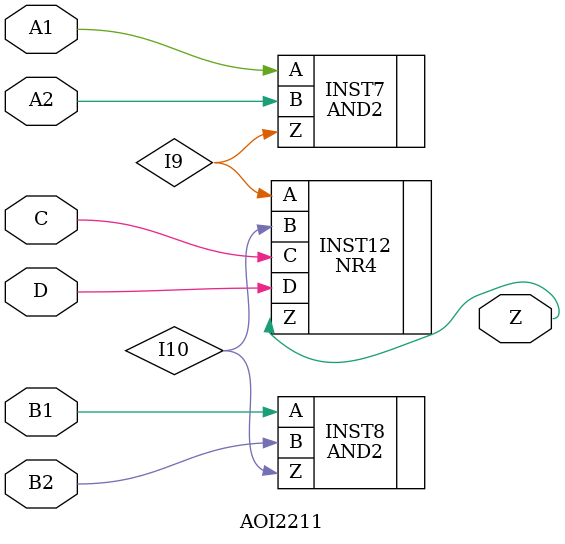
<source format=v>
`timescale 1 ns / 100 ps

/* Created by DB2VERILOG Version 1.2.0.2 on Fri Aug  5 11:13:07 1994 */
/* module compiled from "lsl2db 4.0.3" run */

module AOI2211 (A1, A2, B1, B2, C, D, Z);
input  A1, A2, B1, B2, C, D;
output Z;
NR4 INST12 (.A(I9), .B(I10), .C(C), .D(D), .Z(Z));
AND2 INST7 (.A(A1), .B(A2), .Z(I9));
AND2 INST8 (.A(B1), .B(B2), .Z(I10));

endmodule


</source>
